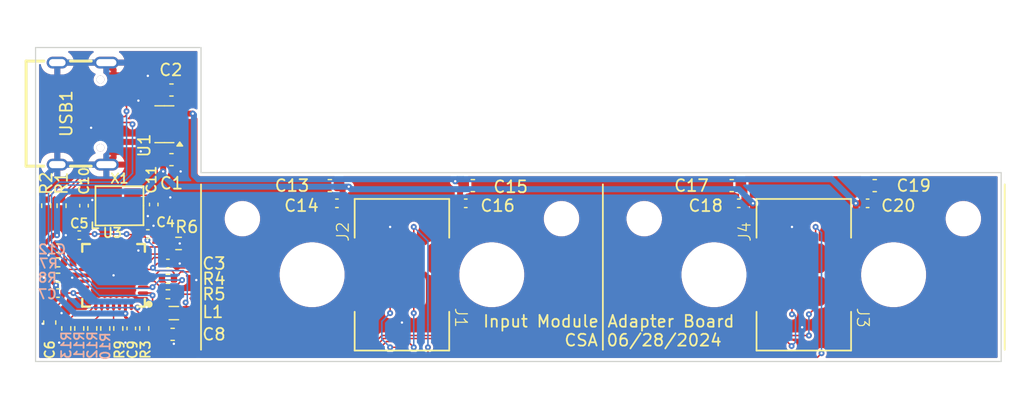
<source format=kicad_pcb>
(kicad_pcb (version 20240108) (generator "pcbnew") (generator_version "8.0")
  (layers (0 "F.Cu" signal) (31 "B.Cu" signal) (34 "B.Paste" user) (35 "F.Paste" user) (36 "B.SilkS" user "B.Silkscreen") (37 "F.SilkS" user "F.Silkscreen") (38 "B.Mask" user) (39 "F.Mask" user) (44 "Edge.Cuts" user))
  (net 0 "")
  (net 1 "+5V")
  (net 2 "GND")
  (net 3 "+3.3V")
  (net 4 "Net-(USB1-CC2)")
  (net 5 "/USB_D_P")
  (net 6 "/USB_D_N")
  (net 7 "Net-(USB1-CC1)")
  (net 9 "/~{SLEEP}")
  (net 11 "/USB_DP1")
  (net 12 "/USB_DM1")
  (net 14 "Net-(U3-X2)")
  (net 15 "/USB_DP2")
  (net 17 "Net-(U3-X1)")
  (net 18 "/RESET")
  (net 24 "/RREF")
  (net 26 "+3.3VP")
  (net 27 "/AVDD")
  (net 28 "/OVCURR")
  (net 29 "Net-(U3-PGANG)")
  (net 30 "/USB_DM2")
  (net 31 "Net-(U3-PSELF)")
  (footprint "MountingHole:MountingHole_2.5mm" (layer "F.Cu") (at 136.5 103.9)
    (property "Reference" "H7" (hide yes))
    (property "Value" "MountingHole")
  )
  (footprint "Inductor_SMD:L_0805_2012Metric" (layer "F.Cu") (at 96.7 111.9 180)
    (property "Reference" "L1")
    (property "Value" "10u")
  )
  (footprint "Resistor_SMD:R_0402_1005Metric" (layer "F.Cu") (at 85.9 102.8 -90)
    (property "Reference" "R2")
    (property "Value" "5.1k")
  )
  (footprint "Capacitor_SMD:C_0402_1005Metric" (layer "F.Cu") (at 88.7 105.3 180)
    (property "Reference" "C5")
    (property "Value" "100nF")
  )
  (footprint "Capacitor_SMD:C_0402_1005Metric" (layer "F.Cu") (at 93.1 113.2 -90)
    (property "Reference" "C9")
    (property "Value" "100nF")
  )
  (footprint "ExternalMount:Molex_0472861001" (layer "F.Cu") (at 150 108.79 -90)
    (property "Reference" "J3")
    (property "Value" "Molex 0472861001")
  )
  (footprint "Resistor_SMD:R_0402_1005Metric" (layer "F.Cu") (at 86.9 107.6 180)
    (property "Reference" "R7")
    (property "Value" "47k")
  )
  (footprint "Resistor_SMD:R_0402_1005Metric" (layer "F.Cu") (at 87.6 113.2 90)
    (property "Reference" "R13")
    (property "Value" "10k")
  )
  (footprint "Capacitor_SMD:C_0402_1005Metric" (layer "F.Cu") (at 110.5 102.6 180)
    (property "Reference" "C14")
    (property "Value" "100nF")
  )
  (footprint "Resistor_SMD:R_0402_1005Metric" (layer "F.Cu") (at 92 113.2 90)
    (property "Reference" "R9")
    (property "Value" "10k")
  )
  (footprint "Resistor_SMD:R_0402_1005Metric" (layer "F.Cu") (at 86.9 108.9)
    (property "Reference" "R8")
    (property "Value" "10k")
  )
  (footprint "Package_TO_SOT_SMD:SOT-23-3" (layer "F.Cu") (at 95.9 95.9 180)
    (property "Reference" "U1")
    (property "Value" "XC6206P332MR-G")
  )
  (footprint "MountingHole:MountingHole_5mm" (layer "F.Cu") (at 123.6 108.65)
    (property "Reference" "H1" (hide yes))
    (property "Value" "MountingHole")
  )
  (footprint "ExternalMount:Molex_0472861001" (layer "F.Cu") (at 150 108.51 90)
    (property "Reference" "J4")
    (property "Value" "Molex 0472861001")
  )
  (footprint "Capacitor_SMD:C_0402_1005Metric" (layer "F.Cu") (at 94.5 105.2)
    (property "Reference" "C4")
    (property "Value" "100nF")
  )
  (footprint "Capacitor_SMD:C_0603_1608Metric" (layer "F.Cu") (at 122 101.1)
    (property "Reference" "C15")
    (property "Value" "10uF")
  )
  (footprint "Capacitor_SMD:C_0402_1005Metric" (layer "F.Cu") (at 95 102.7 -90)
    (property "Reference" "C11")
    (property "Value" "22pF")
  )
  (footprint "MountingHole:MountingHole_2.5mm" (layer "F.Cu") (at 102.5 103.9)
    (property "Reference" "H3" (hide yes))
    (property "Value" "MountingHole")
  )
  (footprint "Capacitor_SMD:C_0603_1608Metric" (layer "F.Cu") (at 109.9 101.1 180)
    (property "Reference" "C13")
    (property "Value" "10uF")
  )
  (footprint "ExternalMount:USB-C-SMD_TYPE-C16PIN" (layer "F.Cu") (at 89.2 95 -90)
    (property "Reference" "USB1")
    (property "Value" "TYPE-C 16PIN 3MD(385)")
  )
  (footprint "Capacitor_SMD:C_0603_1608Metric" (layer "F.Cu") (at 96.5 93 180)
    (property "Reference" "C2")
    (property "Value" "10uF")
  )
  (footprint "Resistor_SMD:R_0402_1005Metric" (layer "F.Cu") (at 96.2 109)
    (property "Reference" "R4")
    (property "Value" "0")
  )
  (footprint "MountingHole:MountingHole_5mm" (layer "F.Cu") (at 108.4 108.65)
    (property "Reference" "H2" (hide yes))
    (property "Value" "MountingHole")
  )
  (footprint "Resistor_SMD:R_0402_1005Metric" (layer "F.Cu") (at 96.2 110.3)
    (property "Reference" "R5")
    (property "Value" "0")
  )
  (footprint "Capacitor_SMD:C_0402_1005Metric" (layer "F.Cu") (at 89.1 102.8 90)
    (property "Reference" "C10")
    (property "Value" "22pF")
  )
  (footprint "Capacitor_SMD:C_0603_1608Metric" (layer "F.Cu") (at 143.9 101.1 180)
    (property "Reference" "C17")
    (property "Value" "10uF")
  )
  (footprint "Resistor_SMD:R_0402_1005Metric" (layer "F.Cu") (at 89.8 113.2 -90)
    (property "Reference" "R12")
    (property "Value" "0")
  )
  (footprint "Resistor_SMD:R_0402_1005Metric" (layer "F.Cu") (at 94.2 113.2 -90)
    (property "Reference" "R3")
    (property "Value" "5.1k")
  )
  (footprint "Capacitor_SMD:C_0603_1608Metric" (layer "F.Cu") (at 96.6 113.7)
    (property "Reference" "C8")
    (property "Value" "10uF")
  )
  (footprint "MountingHole:MountingHole_5mm" (layer "F.Cu") (at 142.4 108.65)
    (property "Reference" "H6" (hide yes))
    (property "Value" "MountingHole")
  )
  (footprint "MountingHole:MountingHole_2.5mm" (layer "F.Cu") (at 129.5 103.9)
    (property "Reference" "H4" (hide yes))
    (property "Value" "MountingHole")
  )
  (footprint "Capacitor_SMD:C_0402_1005Metric" (layer "F.Cu") (at 86.9 110.2 180)
    (property "Reference" "C7")
    (property "Value" "100nF")
  )
  (footprint "Resistor_SMD:R_0402_1005Metric" (layer "F.Cu") (at 90.9 113.2 -90)
    (property "Reference" "R10")
    (property "Value" "20k")
  )
  (footprint "Capacitor_SMD:C_0402_1005Metric" (layer "F.Cu") (at 96.2 107.7)
    (property "Reference" "C3")
    (property "Value" "100nF")
  )
  (footprint "ExternalMount:QFN-28_L5.0-W5.0-P0.50-BL-EP" (layer "F.Cu") (at 91.6 108.7 90)
    (property "Reference" "U3")
    (property "Value" "GL852G-OHY60_C7501404")
  )
  (footprint "ExternalMount:Molex_0472861001" (layer "F.Cu") (at 116 108.51 90)
    (property "Reference" "J2")
    (property "Value" "Molex 0472861001")
  )
  (footprint "Capacitor_SMD:C_0402_1005Metric" (layer "F.Cu") (at 144.5 102.6 180)
    (property "Reference" "C18")
    (property "Value" "100nF")
  )
  (footprint "MountingHole:MountingHole_5mm" (layer "F.Cu") (at 157.6 108.65)
    (property "Reference" "H5" (hide yes))
    (property "Value" "MountingHole")
  )
  (footprint "MountingHole:MountingHole_2.5mm" (layer "F.Cu") (at 163.5 103.9)
    (property "Reference" "H8" (hide yes))
    (property "Value" "MountingHole")
  )
  (footprint "Capacitor_SMD:C_0402_1005Metric" (layer "F.Cu") (at 121.4 102.6)
    (property "Reference" "C16")
    (property "Value" "100nF")
  )
  (footprint "Capacitor_SMD:C_0603_1608Metric" (layer "F.Cu") (at 86.2 112.7 -90)
    (property "Reference" "C6")
    (property "Value" "10uF")
  )
  (footprint "Capacitor_SMD:C_0402_1005Metric" (layer "F.Cu") (at 86.9 106.4 180)
    (property "Reference" "C12")
    (property "Value" "100nF")
  )
  (footprint "Resistor_SMD:R_0402_1005Metric" (layer "F.Cu") (at 87.2 102.8 -90)
    (property "Reference" "R1")
    (property "Value" "5.1k")
  )
  (footprint "ExternalMount:OSC-SMD_4P-L3.2-W2.5-BL" (layer "F.Cu") (at 92.1 102.8)
    (property "Reference" "X1")
    (property "Value" "12MHz")
  )
  (footprint "Resistor_SMD:R_0603_1608Metric" (layer "F.Cu") (at 97.1 106)
    (property "Reference" "R6")
    (property "Value" "680 1%")
  )
  (footprint "Resistor_SMD:R_0402_1005Metric" (layer "F.Cu") (at 88.7 113.2 90)
    (property "Reference" "R11")
    (property "Value" "100k")
  )
  (footprint "ExternalMount:Molex_0472861001" (layer "F.Cu") (at 116 108.79 -90)
    (property "Reference" "J1")
    (property "Value" "Molex 0472861001")
  )
  (footprint "Capacitor_SMD:C_0603_1608Metric" (layer "F.Cu") (at 156 101.1)
    (property "Reference" "C19")
    (property "Value" "10uF")
  )
  (footprint "Capacitor_SMD:C_0603_1608Metric" (layer "F.Cu") (at 96.5 98.9)
    (property "Reference" "C1")
    (property "Value" "10uF")
  )
  (footprint "Capacitor_SMD:C_0402_1005Metric" (layer "F.Cu") (at 155.4 102.6)
    (property "Reference" "C20")
    (property "Value" "100nF")
  )
  (gr_line (start 99 101) (end 99 115) (stroke (width 0.15)) (layer "F.SilkS"))
  (gr_line (start 167 101) (end 167 115) (stroke (width 0.15)) (layer "F.SilkS"))
  (gr_line (start 133 101) (end 133 115) (stroke (width 0.15)) (layer "F.SilkS"))
  (gr_line (start 99 89.4) (end 99 100) (stroke (width 0.1)) (layer "Edge.Cuts"))
  (gr_line (start 85 100) (end 85 89.4) (stroke (width 0.1)) (layer "Edge.Cuts"))
  (gr_line (start 166.7 100) (end 166.7 116) (stroke (width 0.1)) (layer "Edge.Cuts"))
  (gr_line (start 99 100) (end 166.7 100) (stroke (width 0.1)) (layer "Edge.Cuts"))
  (gr_line (start 85 89.4) (end 99 89.4) (stroke (width 0.1)) (layer "Edge.Cuts"))
  (gr_line (start 85 116) (end 85 100) (stroke (width 0.1)) (layer "Edge.Cuts"))
  (gr_line (start 166.7 116) (end 85 116) (stroke (width 0.1)) (layer "Edge.Cuts"))
  (gr_text "CSA 06/28/2024" (at 136.4 114.2 0) (layer "F.SilkS") (effects (font (size 1 1))))
  (gr_text "Input Module Adapter Board" (at 133.5 112.6 0) (layer "F.SilkS") (effects (font (size 1 1))))
  (segment (start 110.675 101.1) (end 110.98 101.405) (width 0.508) (layer "F.Cu") (net 1))
  (segment (start 111.5 101.189) (end 110.764 101.189) (width 0.508) (layer "F.Cu") (net 1))
  (segment (start 94.7625 93.8375) (end 94.7625 95.9) (width 0.508) (layer "F.Cu") (net 1))
  (segment (start 92.11 113.71) (end 93.1 112.72) (width 0.127) (layer "F.Cu") (net 1))
  (segment (start 110.764 101.189) (end 110.675 101.1) (width 0.508) (layer "F.Cu") (net 1))
  (segment (start 144.675 101.1) (end 144.98 101.405) (width 0.508) (layer "F.Cu") (net 1))
  (segment (start 144.98 102.6) (end 145.699994 102.6) (width 0.508) (layer "F.Cu") (net 1))
  (segment (start 94.7625 97.4) (end 94.7625 97.9375) (width 0.508) (layer "F.Cu") (net 1))
  (segment (start 92.6 111.2) (end 92.6 112.22) (width 0.254) (layer "F.Cu") (net 1))
  (segment (start 86.39 108.9) (end 86.39 109.20182) (width 0.381) (layer "F.Cu") (net 1))
  (segment (start 144.98 101.405) (end 144.98 102.6) (width 0.508) (layer "F.Cu") (net 1))
  (segment (start 92 113.71) (end 92.11 113.71) (width 0.127) (layer "F.Cu") (net 1))
  (segment (start 110.98 101.405) (end 110.98 102.6) (width 0.508) (layer "F.Cu") (net 1))
  (segment (start 86.5 105.3) (end 86.814565 105.3) (width 0.381) (layer "F.Cu") (net 1))
  (segment (start 95.325 113.2) (end 95.825 113.7) (width 0.127) (layer "F.Cu") (net 1))
  (segment (start 94.8 93.8) (end 94.7625 93.8375) (width 0.508) (layer "F.Cu") (net 1))
  (segment (start 86.39 109.20182) (end 86.726188 109.538008) (width 0.381) (layer "F.Cu") (net 1))
  (segment (start 113 104.62) (end 113 107.26) (width 0.508) (layer "F.Cu") (net 1))
  (segment (start 94.7625 95.9) (end 94.7625 97.4) (width 0.508) (layer "F.Cu") (net 1))
  (segment (start 85.5 106.3) (end 86.5 105.3) (width 0.381) (layer "F.Cu") (net 1))
  (segment (start 145.699994 102.6) (end 145.7 102.599994) (width 0.508) (layer "F.Cu") (net 1))
  (segment (start 93.58 113.2) (end 95.325 113.2) (width 0.127) (layer "F.Cu") (net 1))
  (segment (start 86.39 108.9) (end 86.39 108.69) (width 0.381) (layer "F.Cu") (net 1))
  (segment (start 91.59 97.4) (end 94.7625 97.4) (width 0.508) (layer "F.Cu") (net 1))
  (segment (start 95.8 99.9) (end 95.8 98.975) (width 0.508) (layer "F.Cu") (net 1))
  (segment (start 93.1 112.72) (end 93.58 113.2) (width 0.127) (layer "F.Cu") (net 1))
  (segment (start 147 107.26) (end 147 104.62) (width 0.508) (layer "F.Cu") (net 1))
  (segment (start 85.5 107.8) (end 85.5 106.3) (width 0.381) (layer "F.Cu") (net 1))
  (segment (start 94.7625 97.9375) (end 95.725 98.9) (width 0.508) (layer "F.Cu") (net 1))
  (segment (start 93.6 92.6) (end 94.8 93.8) (width 0.508) (layer "F.Cu") (net 1))
  (segment (start 95.8 98.975) (end 95.725 98.9) (width 0.508) (layer "F.Cu") (net 1))
  (segment (start 147 104.62) (end 145.7 103.32) (width 0.508) (layer "F.Cu") (net 1))
  (segment (start 145.7 103.32) (end 145.7 102.599994) (width 0.508) (layer "F.Cu") (net 1))
  (segment (start 86.39 108.69) (end 85.5 107.8) (width 0.381) (layer "F.Cu") (net 1))
  (segment (start 110.98 102.6) (end 113 104.62) (width 0.508) (layer "F.Cu") (net 1))
  (segment (start 92.6 112.22) (end 93.1 112.72) (width 0.254) (layer "F.Cu") (net 1))
  (segment (start 91.59 92.6) (end 93.6 92.6) (width 0.508) (layer "F.Cu") (net 1))
  (via (at 86.814565 105.3) (size 0.5) (drill 0.2) (layers "F.Cu" "B.Cu") (net 1))
  (via (at 95.8 99.9) (size 0.5) (drill 0.2) (layers "F.Cu" "B.Cu") (net 1))
  (via (at 145.7 102.599994) (size 0.5) (drill 0.2) (layers "F.Cu" "B.Cu") (net 1))
  (via (at 92.6 111.9325) (size 0.5) (drill 0.2) (layers "F.Cu" "B.Cu") (net 1))
  (via (at 86.726188 109.538008) (size 0.5) (drill 0.2) (layers "F.Cu" "B.Cu") (net 1))
  (via (at 111.5 101.189) (size 0.5) (drill 0.2) (layers "F.Cu" "B.Cu") (net 1))
  (segment (start 94.1 101.6) (end 87.52913 101.6) (width 0.508) (layer "B.Cu") (net 1))
  (segment (start 86.814565 102.314565) (end 86.814565 105.3) (width 0.508) (layer "B.Cu") (net 1))
  (segment (start 111.5 101.189) (end 111.711 101.4) (width 0.508) (layer "B.Cu") (net 1))
  (segment (start 86.726188 110.326188) (end 88.3325 111.9325) (width 0.508) (layer "B.Cu") (net 1))
  (segment (start 111.5 101.189) (end 96.789 101.189) (width 0.508) (layer "B.Cu") (net 1))
  (segment (start 88.3325 111.9325) (end 92.6 111.9325) (width 0.508) (layer "B.Cu") (net 1))
  (segment (start 95.8 99.9) (end 94.1 101.6) (width 0.508) (layer "B.Cu") (net 1))
  (segment (start 86.726188 109.538008) (end 86.726188 110.326188) (width 0.508) (layer "B.Cu") (net 1))
  (segment (start 144.500006 101.4) (end 145.7 102.599994) (width 0.508) (layer "B.Cu") (net 1))
  (segment (start 111.711 101.4) (end 144.500006 101.4) (width 0.508) (layer "B.Cu") (net 1))
  (segment (start 96.789 101.189) (end 95.8 100.2) (width 0.508) (layer "B.Cu") (net 1))
  (segment (start 95.8 100.2) (end 95.8 99.9) (width 0.508) (layer "B.Cu") (net 1))
  (segment (start 87.52913 101.6) (end 86.814565 102.314565) (width 0.508) (layer "B.Cu") (net 1))
  (segment (start 86.42 110.2) (end 85.7 109.48) (width 0.127) (layer "F.Cu") (net 2))
  (segment (start 85.9 103.31) (end 87.2 103.31) (width 0.254) (layer "F.Cu") (net 2))
  (segment (start 94.5 103.68) (end 95 103.18) (width 0.127) (layer "F.Cu") (net 2))
  (segment (start 153 111.6) (end 151.5 113.1) (width 0.508) (layer "F.Cu") (net 2))
  (segment (start 155.88 105.78) (end 155.9 105.8) (width 0.508) (layer "F.Cu") (net 2))
  (segment (start 87.9 111.2) (end 87.2 111.9) (width 0.127) (layer "F.Cu") (net 2))
  (segment (start 91.602 91.8) (end 91.602 91.292) (width 0.508) (layer "F.Cu") (net 2))
  (segment (start 95 103.18) (end 94.98 103.2) (width 0.127) (layer "F.Cu") (net 2))
  (segment (start 95.9 93.175) (end 95.9 95.7125) (width 0.508) (layer "F.Cu") (net 2))
  (segment (start 90.9 113.71) (end 90.9 114.2) (width 0.127) (layer "F.Cu") (net 2))
  (segment (start 144.02 102.98) (end 145.408 104.368) (width 0.508) (layer "F.Cu") (net 2))
  (segment (start 85.7 109.48) (end 85.7 108.9) (width 0.127) (layer "F.Cu") (net 2))
  (segment (start 90.6 102.32) (end 91 101.92) (width 0.127) (layer "F.Cu") (net 2))
  (segment (start 95.725 93) (end 95.9 93.175) (width 0.508) (layer "F.Cu") (net 2))
  (segment (start 116 112.7) (end 117.442 112.7) (width 0.508) (layer "F.Cu") (net 2))
  (segment (start 122.775 101.705) (end 121.88 102.6) (width 0.508) (layer "F.Cu") (net 2))
  (segment (start 97.0375 96.85) (end 97.275 97.0875) (width 0.508) (layer "F.Cu") (net 2))
  (segment (start 155.88 102.6) (end 155.88 105.78) (width 0.508) (layer "F.Cu") (net 2))
  (segment (start 95.725 93) (end 94.525 91.8) (width 0.508) (layer "F.Cu") (net 2))
  (segment (start 95.309999 103.18) (end 95 103.18) (width 0.508) (layer "F.Cu") (net 2))
  (segment (start 86.42 107.57) (end 86.39 107.6) (width 0.127) (layer "F.Cu") (net 2))
  (segment (start 87.2 103.31) (end 87.2 104.28) (width 0.254) (layer "F.Cu") (net 2))
  (segment (start 85.4 111.22) (end 85.4 113.1) (width 0.127) (layer "F.Cu") (net 2))
  (segment (start 91.602 98.2) (end 93.9 98.2) (width 0.508) (layer "F.Cu") (net 2))
  (segment (start 87.2 104.28) (end 88.22 105.3) (width 0.254) (layer "F.Cu") (net 2))
  (segment (start 96.7 114.375) (end 97.375 113.7) (width 0.127) (layer "F.Cu") (net 2))
  (segment (start 94.98 103.2) (end 94.98 104.5) (width 0.127) (layer "F.Cu") (net 2))
  (segment (start 96.68 107.7) (end 97.2 107.7) (width 0.127) (layer "F.Cu") (net 2))
  (segment (start 91.6 108.7) (end 93.7 106.6) (width 0.127) (layer "F.Cu") (net 2))
  (segment (start 88.22 105.3) (end 87.558 105.3) (width 0.254) (layer "F.Cu") (net 2))
  (segment (start 110.02 102.690686) (end 110.02 102.6) (width 0.508) (layer "F.Cu") (net 2))
  (segment (start 154.206 107.494) (end 154.206 108.834) (width 0.508) (layer "F.Cu") (net 2))
  (segment (start 143.125 101.1) (end 143.125 101.705) (width 0.508) (layer "F.Cu") (net 2))
  (segment (start 96.4 102.089999) (end 96.4 102.1) (width 0.508) (layer "F.Cu") (net 2))
  (segment (start 85.4 113.1) (end 85.775 113.475) (width 0.127) (layer "F.Cu") (net 2))
  (segment (start 92.7 114.4) (end 92.6 114.4) (width 0.127) (layer "F.Cu") (net 2))
  (segment (start 113 110.04) (end 113 111.8) (width 0.508) (layer "F.Cu") (net 2))
  (segment (start 96.389999 102.1) (end 95.309999 103.18) (width 0.508) (layer "F.Cu") (net 2))
  (segment (start 85.775 113.475) (end 86.2 113.475) (width 0.127) (layer "F.Cu") (net 2))
  (segment (start 109.125 101.705) (end 110.02 102.6) (width 0.508) (layer "F.Cu") (net 2))
  (segment (start 121.88 105.176) (end 121.88 102.6) (width 0.508) (layer "F.Cu") (net 2))
  (segment (start 86.42 106.4) (end 86.458 106.4) (width 0.127) (layer "F.Cu") (net 2))
  (segment (start 148.6 113.1) (end 149.861 113.1) (width 0.508) (layer "F.Cu") (net 2))
  (segment (start 96.7 114.5) (end 96.7 114.375) (width 0.127) (layer "F.Cu") (net 2))
  (segment (start 119 110.04) (end 120.592 108.448) (width 0.508) (layer "F.Cu") (net 2))
  (segment (start 94.98 104.5) (end 94.98 105.2) (width 0.127) (layer "F.Cu") (net 2))
  (segment (start 89.1 108.7) (end 88.3 108.7) (width 0.127) (layer "F.Cu") (net 2))
  (segment (start 111.794 108.834) (end 111.794 104.464686) (width 0.508) (layer "F.Cu") (net 2))
  (segment (start 87.2 103.31) (end 87.2 103.3) (width 0.254) (layer "F.Cu") (net 2))
  (segment (start 120.592 106.464) (end 121.88 105.176) (width 0.508) (layer "F.Cu") (net 2))
  (segment (start 92.7 114.4) (end 93.1 114) (width 0.127) (layer "F.Cu") (net 2))
  (segment (start 86.42 110.2) (end 85.4 111.22) (width 0.127) (layer "F.Cu") (net 2))
  (segment (start 113 110.04) (end 111.794 108.834) (width 0.508) (layer "F.Cu") (net 2))
  (segment (start 154.206 108.834) (end 153 110.04) (width 0.508) (layer "F.Cu") (net 2))
  (segment (start 89.1 111.2) (end 87.9 111.2) (width 0.127) (layer "F.Cu") (net 2))
  (segment (start 147 110.04) (end 147 111.5) (width 0.508) (layer "F.Cu") (net 2))
  (segment (start 86.42 107) (end 86.1 107) (width 0.127) (layer "F.Cu") (net 2))
  (segment (start 86.2 113.475) (end 86.2 113.6) (width 0.127) (layer "F.Cu") (net 2))
  (segment (start 156.775 101.705) (end 155.88 102.6) (width 0.508) (layer "F.Cu") (net 2))
  (segment (start 117.442 112.7) (end 119 111.142) (width 0.508) (layer "F.Cu") (net 2))
  (segment (start 88.2 102.3) (end 88.22 102.32) (width 0.254) (layer "F.Cu") (net 2))
  (segment (start 91.602 98.708) (end 90.99 99.32) (width 0.508) (layer "F.Cu") (net 2))
  (segment (start 155.9 105.8) (end 154.206 107.494) (width 0.508) (layer "F.Cu") (net 2))
  (segment (start 89.1 102.32) (end 90.6 102.32) (width 0.127) (layer "F.Cu") (net 2))
  (segment (start 122.775 101.1) (end 122.775 101.705) (width 0.508) (layer "F.Cu") (net 2))
  (segment (start 93.1 114) (end 93.1 113.68) (width 0.127) (layer "F.Cu") (net 2))
  (segment (start 87.2 103.3) (end 88.2 102.3) (width 0.254) (layer "F.Cu") (net 2))
  (segment (start 147 111.5) (end 148.6 113.1) (width 0.508) (layer "F.Cu") (net 2))
  (segment (start 97.275 97.0875) (end 97.275 98.9) (width 0.508) (layer "F.Cu") (net 2))
  (segment (start 94.3 111.4) (end 94.4 111.4) (width 0.127) (layer "F.Cu") (net 2))
  (segment (start 97.275 101.214999) (end 97.925 101.864999) (width 0.508) (layer "F.Cu") (net 2))
  (segment (start 145.408 108.448) (end 147 110.04) (width 0.508) (layer "F.Cu") (net 2))
  (segment (start 91.1 114.4) (end 92.7 114.4) (width 0.127) (layer "F.Cu") (net 2))
  (segment (start 88.3 108.7) (end 88.1 108.9) (width 0.127) (layer "F.Cu") (net 2))
  (segment (start 96.4 102.1) (end 96.389999 102.1) (width 0.508) (layer "F.Cu") (net 2))
  (segment (start 91.602 98.2) (end 91.602 98.708) (width 0.508) (layer "F.Cu") (net 2))
  (segment (start 91.602 91.292) (end 90.99 90.68) (width 0.508) (layer "F.Cu") (net 2))
  (segment (start 120.592 108.448) (end 120.592 106.464) (width 0.508) (layer "F.Cu") (net 2))
  (segment (start 88.22 102.32) (end 89.1 102.32) (width 0.254) (layer "F.Cu") (net 2))
  (segment (start 86.2 113.6) (end 87 114.4) (width 0.127) (layer "F.Cu") (net 2))
  (segment (start 145.408 104.368) (end 145.408 108.448) (width 0.508) (layer "F.Cu") (net 2))
  (segment (start 156.775 101.1) (end 156.775 101.705) (width 0.508) (layer "F.Cu") (net 2))
  (segment (start 95.9 95.7125) (end 97.0375 96.85) (width 0.508) (layer "F.Cu") (net 2))
  (segment (start 97.2 106) (end 97.925 106) (width 0.127) (layer "F.Cu") (net 2))
  (segment (start 86.458 106.4) (end 87.558 105.3) (width 0.127) (layer "F.Cu") (net 2))
  (segment (start 97.275 101.214999) (end 96.4 102.089999) (width 0.508) (layer "F.Cu") (net 2))
  (segment (start 143.125 101.705) (end 144.02 102.6) (width 0.508) (layer "F.Cu") (net 2))
  (segment (start 90.9 114.2) (end 91.1 114.4) (width 0.127) (layer "F.Cu") (net 2))
  (segment (start 93.2 103.68) (end 94.5 103.68) (width 0.127) (layer "F.Cu") (net 2))
  (segment (start 119 111.142) (end 119 110.04) (width 0.508) (layer "F.Cu") (net 2))
  (segment (start 144.02 102.6) (end 144.02 102.98) (width 0.508) (layer "F.Cu") (net 2))
  (segment (start 109.125 101.1) (end 109.125 101.705) (width 0.508) (layer "F.Cu") (net 2))
  (segment (start 91.6 108.7) (end 89.1 111.2) (width 0.127) (layer "F.Cu") (net 2))
  (segment (start 94.5 91.8) (end 91.602 91.8) (width 0.508) (layer "F.Cu") (net 2))
  (segment (start 89.1 108.7) (end 91.6 108.7) (width 0.127) (layer "F.Cu") (net 2))
  (segment (start 153 110.04) (end 153 111.6) (width 0.508) (layer "F.Cu") (net 2))
  (segment (start 113.9 112.7) (end 116 112.7) (width 0.508) (layer "F.Cu") (net 2))
  (segment (start 97.275 98.9) (end 97.275 101.214999) (width 0.508) (layer "F.Cu") (net 2))
  (segment (start 151.5 113.1) (end 149.861 113.1) (width 0.508) (layer "F.Cu") (net 2))
  (segment (start 86.42 106.4) (end 86.42 107) (width 0.127) (layer "F.Cu") (net 2))
  (segment (start 91.6 108.7) (end 94.3 111.4) (width 0.127) (layer "F.Cu") (net 2))
  (segment (start 94.525 91.8) (end 94.5 91.8) (width 0.508) (layer "F.Cu") (net 2))
  (segment (start 86.42 107) (end 86.42 107.57) (width 0.127) (layer "F.Cu") (net 2))
  (segment (start 111.794 104.464686) (end 110.02 102.690686) (width 0.508) (layer "F.Cu") (net 2))
  (segment (start 113 111.8) (end 113.9 112.7) (width 0.508) (layer "F.Cu") (net 2))
  (segment (start 97.925 101.864999) (end 97.925 106) (width 0.508) (layer "F.Cu") (net 2))
  (via (at 89.8 102.32) (size 0.5) (drill 0.2) (layers "F.Cu" "B.Cu") (net 2))
  (via (at 85.7 108.9) (size 0.5) (drill 0.2) (layers "F.Cu" "B.Cu") (net 2))
  (via (at 87.558 105.3) (size 0.5) (drill 0.2) (layers "F.Cu" "B.Cu") (net 2))
  (via (at 97.275 99.9) (size 0.5) (drill 0.2) (layers "F.Cu" "B.Cu") (net 2))
  (via (at 149 104.6) (size 0.5) (drill 0.2) (layers "F.Cu" "B.Cu") (net 2))
  (via (at 92.6 114.4) (size 0.5) (drill 0.2) (layers "F.Cu" "B.Cu") (net 2))
  (via (at 94.4 111.4) (size 0.5) (drill 0.2) (layers "F.Cu" "B.Cu") (net 2))
  (via (at 97.2 107.7) (size 0.5) (drill 0.2) (layers "F.Cu" "B.Cu") (net 2))
  (via (at 96.7 114.5) (size 0.5) (drill 0.2) (layers "F.Cu" "B.Cu") (net 2))
  (via (at 93.9 98.2) (size 0.5) (drill 0.2) (layers "F.Cu" "B.Cu") (net 2))
  (via (at 93.7 93.9) (size 0.5) (drill 0.2) (layers "F.Cu" "B.Cu") (net 2))
  (via (at 96.4 102.1) (size 0.5) (drill 0.2) (layers "F.Cu" "B.Cu") (net 2))
  (via (at 86.1 107) (size 0.5) (drill 0.2) (layers "F.Cu" "B.Cu") (net 2))
  (via (at 98.6 109.1) (size 0.5) (drill 0.2) (layers "F.Cu" "B.Cu") (net 2))
  (via (at 87 114.4) (size 0.5) (drill 0.2) (layers "F.Cu" "B.Cu") (net 2))
  (via (at 93.7 106.6) (size 0.5) (drill 0.2) (layers "F.Cu" "B.Cu") (net 2))
  (via (at 94.5 91.8) (size 0.5) (drill 0.2) (layers "F.Cu" "B.Cu") (net 2))
  (via (at 87.2 111.9) (size 0.5) (drill 0.2) (layers "F.Cu" "B.Cu") (net 2))
  (via (at 116 112.7) (size 0.5) (drill 0.2) (layers "F.Cu" "B.Cu") (net 2))
  (via (at 91.6 108.7) (size 0.5) (drill 0.2) (layers "F.Cu" "B.Cu") (net 2))
  (via (at 97.2 106) (size 0.5) (drill 0.2) (layers "F.Cu" "B.Cu") (net 2))
  (via (at 94.499996 103.68) (size 0.5) (drill 0.2) (layers "F.Cu" "B.Cu") (net 2))
  (via (at 85.6 112.8) (size 0.5) (drill 0.2) (layers "F.Cu" "B.Cu") (net 2))
  (via (at 89.7 96.2) (size 0.5) (drill 0.2) (layers "F.Cu" "B.Cu") (net 2))
  (via (at 94.98 104.5) (size 0.5) (drill 0.2) (layers "F.Cu" "B.Cu") (net 2))
  (via (at 88.1 108.9) (size 0.5) (drill 0.2) (layers "F.Cu" "B.Cu") (net 2))
  (via (at 115 104.6) (size 0.5) (drill 0.2) (layers "F.Cu" "B.Cu") (net 2))
  (via (at 149.861 113.1) (size 0.5) (drill 0.2) (layers "F.Cu" "B.Cu") (net 2))
  (segment (start 94.98 104.5) (end 95.7 104.5) (width 0.127) (layer "B.Cu") (net 2))
  (segment (start 94.4 111.4) (end 94.4 115.446) (width 0.127) (layer "B.Cu") (net 2))
  (segment (start 87.558 105.3) (end 87.558 103.342) (width 0.127) (layer "B.Cu") (net 2))
  (segment (start 149.8 115.27197) (end 149.8 113.161) (width 0.508) (layer "B.Cu") (net 2))
  (segment (start 116 115.446) (end 116 112.7) (width 0.508) (layer "B.Cu") (net 2))
  (segment (start 96.7 115.446) (end 96.7 114.5) (width 0.508) (layer "B.Cu") (net 2))
  (segment (start 149.62597 115.446) (end 149.8 115.27197) (width 0.508) (layer "B.Cu") (net 2))
  (segment (start 85.6 107) (end 85.6 112.8) (width 0.508) (layer "B.Cu") (net 2))
  (segment (start 96.1 115.446) (end 94.4 115.446) (width 0.508) (layer "B.Cu") (net 2))
  (segment (start 95.575 98.2) (end 97.275 99.9) (width 0.508) (layer "B.Cu") (net 2))
  (segment (start 97.2 107.7) (end 97.2 106) (width 0.127) (layer "B.Cu") (net 2))
  (segment (start 149.8 113.161) (end 149.861 113.1) (width 0.508) (layer "B.Cu") (net 2))
  (segment (start 93.7 106.6) (end 93.7 105.78) (width 0.127) (layer "B.Cu") (net 2))
  (segment (start 87 115.446) (end 87 114.4) (width 0.508) (layer "B.Cu") (net 2))
  (segment (start 116 115.446) (end 149.62597 115.446) (width 0.508) (layer "B.Cu") (net 2))
  (segment (start 88.58 102.32) (end 89.8 102.32) (width 0.127) (layer "B.Cu") (net 2))
  (segment (start 116 115.446) (end 113.3 115.446) (width 0.508) (layer "B.Cu") (net 2))
  (segment (start 113.3 115.4) (end 113.3 115.446) (width 0.508) (layer "B.Cu") (net 2))
  (segment (start 85.6 100.56) (end 85.6 107) (width 0.508) (layer "B.Cu") (net 2))
  (segment (start 94.499996 103.68) (end 93.139996 102.32) (width 0.127) (layer "B.Cu") (net 2))
  (segment (start 85.6 107) (end 86.1 107) (width 0.508) (layer "B.Cu") (net 2))
  (segment (start 113.3 115.446) (end 96.7 115.446) (width 0.508) (layer "B.Cu") (net 2))
  (segment (start 93.7 105.78) (end 94.98 104.5) (width 0.127) (layer "B.Cu") (net 2))
  (segment (start 91.8 115.446) (end 91.8 115.2) (width 0.508) (layer "B.Cu") (net 2))
  (segment (start 93.9 98.2) (end 95.575 98.2) (width 0.508) (layer "B.Cu") (net 2))
  (segment (start 90.99 99.32) (end 86.84 99.32) (width 0.508) (layer "B.Cu") (net 2))
  (segment (start 94.4 115.446) (end 91.8 115.446) (width 0.508) (layer "B.Cu") (net 2))
  (segment (start 90.99 90.68) (end 86.84 90.68) (width 0.508) (layer "B.Cu") (net 2))
  (segment (start 91.8 115.2) (end 92.6 114.4) (width 0.508) (layer "B.Cu") (net 2))
  (segment (start 96.7 114.5) (end 96.6 114.4) (width 0.127) (layer "B.Cu") (net 2))
  (segment (start 87.558 103.342) (end 88.58 102.32) (width 0.127) (layer "B.Cu") (net 2))
  (segment (start 95.7 104.5) (end 97.2 106) (width 0.127) (layer "B.Cu") (net 2))
  (segment (start 91.1 115.446) (end 87 115.446) (width 0.508) (layer "B.Cu") (net 2))
  (segment (start 86.84 99.32) (end 85.6 100.56) (width 0.508) (layer "B.Cu") (net 2))
  (segment (start 88.1 108.9) (end 85.7 108.9) (width 0.127) (layer "B.Cu") (net 2))
  (segment (start 93.139996 102.32) (end 89.8 102.32) (width 0.127) (layer "B.Cu") (net 2))
  (segment (start 91.8 115.446) (end 91.1 115.446) (width 0.508) (layer "B.Cu") (net 2))
  (segment (start 85.6 112.8) (end 85.6 113) (width 0.508) (layer "B.Cu") (net 2))
  (segment (start 96.7 115.446) (end 96.1 115.446) (width 0.508) (layer "B.Cu") (net 2))
  (segment (start 85.6 113) (end 87 114.4) (width 0.508) (layer "B.Cu") (net 2))
  (segment (start 87.38 110.745) (end 87.38 110.2) (width 0.127) (layer "F.Cu") (net 3))
  (segment (start 88.7 113.71) (end 87.6 113.71) (width 0.127) (layer "F.Cu") (net 3))
  (segment (start 89.1 110.2) (end 87.38 110.2) (width 0.127) (layer "F.Cu") (net 3))
  (segment (start 94.8475 112.69) (end 95.6375 111.9) (width 0.127) (layer "F.Cu") (net 3))
  (segment (start 86.2 111.925) (end 87.38 110.745) (width 0.127) (layer "F.Cu") (net 3))
  (segment (start 93.1 111.2) (end 93.1 111.23) (width 0.127) (layer "F.Cu") (net 3))
  (segment (start 93.77 111.9) (end 95.6375 111.9) (width 0.127) (layer "F.Cu") (net 3))
  (segment (start 87.6 113.71) (end 87.6 113.6) (width 0.127) (layer "F.Cu") (net 3))
  (segment (start 87.6 113.6) (end 86.2 112.2) (width 0.127) (layer "F.Cu") (net 3))
  (segment (start 94.2 112.69) (end 94.8475 112.69) (width 0.127) (layer "F.Cu") (net 3))
  (segment (start 93.1 111.23) (end 93.77 111.9) (width 0.127) (layer "F.Cu") (net 3))
  (segment (start 86.2 112.2) (end 86.2 111.925) (width 0.127) (layer "F.Cu") (net 3))
  (via (at 88.2 110.2) (size 0.5) (drill 0.2) (layers "F.Cu" "B.Cu") (net 3))
  (via (at 93.620541 111.438378) (size 0.5) (drill 0.2) (layers "F.Cu" "B.Cu") (net 3))
  (segment (start 88.2 110.2) (end 89.438378 111.438378) (width 0.127) (layer "B.Cu") (net 3))
  (segment (start 89.438378 111.438378) (end 93.620541 111.438378) (width 0.127) (layer "B.Cu") (net 3))
  (segment (start 89 98.471368) (end 89 100.5) (width 0.127) (layer "F.Cu") (net 4))
  (segment (start 91.56 96.75) (end 90.721368 96.75) (width 0.127) (layer "F.Cu") (net 4))
  (segment (start 87.21 102.29) (end 87.2 102.29) (width 0.127) (layer "F.Cu") (net 4))
  (segment (start 90.721368 96.75) (end 89 98.471368) (width 0.127) (layer "F.Cu") (net 4))
  (segment (start 89 100.5) (end 87.21 102.29) (width 0.127) (layer "F.Cu") (net 4))
  (segment (start 96.2005 109.5105) (end 96.9895 109.5105) (width 0.127) (layer "F.Cu") (net 5))
  (segment (start 90.75 94.75) (end 90.6 94.9) (width 0.127) (layer "F.Cu") (net 5))
  (segment (start 91.56 94.75) (end 90.75 94.75) (width 0.127) (layer "F.Cu") (net 5))
  (segment (start 90.6 95.6) (end 90.75 95.75) (width 0.127) (layer "F.Cu") (net 5))
  (segment (start 91.56 95.75) (end 93.05 95.75) (width 0.127) (layer "F.Cu") (net 5))
  (segment (start 93.05 95.75) (end 93.2 95.9) (width 0.127) (layer "F.Cu") (net 5))
  (segment (start 90.6 94.9) (end 90.6 95.6) (width 0.127) (layer "F.Cu") (net 5))
  (segment (start 94.1 109.7) (end 94.899998 109.7) (width 0.127) (layer "F.Cu") (net 5))
  (segment (start 90.75 95.75) (end 91.56 95.75) (width 0.127) (layer "F.Cu") (net 5))
  (segment (start 96.9895 109.5105) (end 97.4 109.1) (width 0.127) (layer "F.Cu") (net 5))
  (segment (start 95.69 109) (end 96.2005 109.5105) (width 0.127) (layer "F.Cu") (net 5))
  (segment (start 94.899998 109.7) (end 94.9 109.700002) (width 0.127) (layer "F.Cu") (net 5))
  (via (at 93.2 95.9) (size 0.5) (drill 0.2) (layers "F.Cu" "B.Cu") (net 5))
  (via (at 94.9 109.700002) (size 0.5) (drill 0.2) (layers "F.Cu" "B.Cu") (net 5))
  (via (at 97.4 109.1) (size 0.5) (drill 0.2) (layers "F.Cu" "B.Cu") (net 5))
  (segment (start 87.146 101.054) (end 92.20521 101.054) (width 0.127) (layer "B.Cu") (net 5))
  (segment (start 86.354 101.846) (end 87.146 101.054) (width 0.127) (layer "B.Cu") (net 5))
  (segment (start 93.2 100.05921) (end 93.2 95.9) (width 0.127) (layer "B.Cu") (net 5))
  (segment (start 97.4 109.1) (end 95.500002 109.1) (width 0.127) (layer "B.Cu") (net 5))
  (segment (start 94.800002 109.8) (end 90.2 109.8) (width 0.127) (layer "B.Cu") (net 5))
  (segment (start 94.9 109.700002) (end 94.800002 109.8) (width 0.127) (layer "B.Cu") (net 5))
  (segment (start 86.354 105.954) (end 86.354 101.846) (width 0.127) (layer "B.Cu") (net 5))
  (segment (start 90.2 109.8) (end 86.354 105.954) (width 0.127) (layer "B.Cu") (net 5))
  (segment (start 95.500002 109.1) (end 94.9 109.700002) (width 0.127) (layer "B.Cu") (net 5))
  (segment (start 92.20521 101.054) (end 93.2 100.05921) (width 0.127) (layer "B.Cu") (net 5))
  (segment (start 91.56 94.25) (end 92.55 94.25) (width 0.127) (layer "F.Cu") (net 6))
  (segment (start 94.8 110.2) (end 94.1 110.2) (width 0.127) (layer "F.Cu") (net 6))
  (segment (start 92.55 94.25) (end 92.7 94.4) (width 0.127) (layer "F.Cu") (net 6))
  (segment (start 95.8 110.3) (end 95.69 110.3) (width 0.127) (layer "F.Cu") (net 6))
  (segment (start 94.9 110.4) (end 94.9 111) (width 0.127) (layer "F.Cu") (net 6))
  (segment (start 92.7 94.4) (end 92.7 94.8) (width 0.127) (layer "F.Cu") (net 6))
  (segment (start 94.9 111) (end 96.5 111) (width 0.127) (layer "F.Cu") (net 6))
  (segment (start 92.7 95.1) (end 92.55 95.25) (width 0.127) (layer "F.Cu") (net 6))
  (segment (start 92.55 95.25) (end 91.56 95.25) (width 0.127) (layer "F.Cu") (net 6))
  (segment (start 96.5 111) (end 95.8 110.3) (width 0.127) (layer "F.Cu") (net 6))
  (segment (start 94.9 110.3) (end 94.9 110.4) (width 0.127) (layer "F.Cu") (net 6))
  (segment (start 92.7 94.8) (end 92.7 95.1) (width 0.127) (layer "F.Cu") (net 6))
  (segment (start 94.9 110.3) (end 94.8 110.2) (width 0.127) (layer "F.Cu") (net 6))
  (via (at 92.7 94.8) (size 0.5) (drill 0.2) (layers "F.Cu" "B.Cu") (net 6))
  (via (at 94.9 110.4) (size 0.5) (drill 0.2) (layers "F.Cu" "B.Cu") (net 6))
  (segment (start 90.402567 110.4) (end 94.9 110.4) (width 0.127) (layer "B.Cu") (net 6))
  (segment (start 86.1 101.7) (end 86.1 106.097433) (width 0.127) (layer "B.Cu") (net 6))
  (segment (start 92.7 94.8) (end 92.7 100.2) (width 0.127) (layer "B.Cu") (net 6))
  (segment (start 87 100.8) (end 86.1 101.7) (width 0.127) (layer "B.Cu") (net 6))
  (segment (start 92.1 100.8) (end 87 100.8) (width 0.127) (layer "B.Cu") (net 6))
  (segment (start 86.1 106.097433) (end 90.402567 110.4) (width 0.127) (layer "B.Cu") (net 6))
  (segment (start 92.7 100.2) (end 92.1 100.8) (width 0.127) (layer "B.Cu") (net 6))
  (segment (start 86.59 101.6) (end 85.9 102.29) (width 0.127) (layer "F.Cu") (net 7))
  (segment (start 88.746 100.39479) (end 87.54079 101.6) (width 0.127) (layer "F.Cu") (net 7))
  (segment (start 90.858 93.75) (end 88.746 95.862) (width 0.127) (layer "F.Cu") (net 7))
  (segment (start 87.54079 101.6) (end 86.59 101.6) (width 0.127) (layer "F.Cu") (net 7))
  (segment (start 88.746 95.862) (end 88.746 100.39479) (width 0.127) (layer "F.Cu") (net 7))
  (segment (start 91.56 93.75) (end 90.858 93.75) (width 0.127) (layer "F.Cu") (net 7))
  (segment (start 93.835067 114.9675) (end 94.2 114.602567) (width 0.127) (layer "F.Cu") (net 9))
  (segment (start 99.0365 115.6365) (end 118.2 115.6365) (width 0.127) (layer "F.Cu") (net 9))
  (segment (start 118.2 115.6365) (end 151 115.6365) (width 0.127) (layer "F.Cu") (net 9))
  (segment (start 98.4 115) (end 99.0365 115.6365) (width 0.127) (layer "F.Cu") (net 9))
  (segment (start 117 107.26) (end 117 104.6) (width 0.127) (layer "F.Cu") (net 9))
  (segment (start 91.0575 114.9675) (end 93.835067 114.9675) (width 0.127) (layer "F.Cu") (net 9))
  (segment (start 94.597433 115) (end 98.4 115) (width 0.127) (layer "F.Cu") (net 9))
  (segment (start 151 115.6365) (end 151.1635 115.6365) (width 0.127) (layer "F.Cu") (net 9))
  (segment (start 89.8 113.71) (end 91.0575 114.9675) (width 0.127) (layer "F.Cu") (net 9))
  (segment (start 94.2 114.602567) (end 94.597433 115) (width 0.127) (layer "F.Cu") (net 9))
  (segment (start 94.2 114.602567) (end 94.2 113.71) (width 0.127) (layer "F.Cu") (net 9))
  (segment (start 118.2 115.6365) (end 118.2 114.8) (width 0.127) (layer "F.Cu") (net 9))
  (segment (start 151 107.26) (end 151 104.6) (width 0.127) (layer "F.Cu") (net 9))
  (segment (start 151.1635 115.6365) (end 151.5 115.3) (width 0.127) (layer "F.Cu") (net 9))
  (via (at 151 104.6) (size 0.5) (drill 0.2) (layers "F.Cu" "B.Cu") (net 9))
  (via (at 151.5 115.3) (size 0.5) (drill 0.2) (layers "F.Cu" "B.Cu") (net 9))
  (via (at 118.2 114.8) (size 0.5) (drill 0.2) (layers "F.Cu" "B.Cu") (net 9))
  (via (at 117 104.6) (size 0.5) (drill 0.2) (layers "F.Cu" "B.Cu") (net 9))
  (segment (start 151.5 115.3) (end 151.5 105.1) (width 0.127) (layer "B.Cu") (net 9))
  (segment (start 117 104.6) (end 118.2 105.8) (width 0.127) (layer "B.Cu") (net 9))
  (segment (start 151.5 105.1) (end 151 104.6) (width 0.127) (layer "B.Cu") (net 9))
  (segment (start 118.2 114.8) (end 118.2 112.903) (width 0.127) (layer "B.Cu") (net 9))
  (segment (start 118.2 105.8) (end 118.2 112.903) (width 0.127) (layer "B.Cu") (net 9))
  (segment (start 94.1 108.7) (end 95.1 108.7) (width 0.127) (layer "F.Cu") (net 11))
  (segment (start 114.692 114.308) (end 116.508 114.308) (width 0.127) (layer "F.Cu") (net 11))
  (segment (start 117 110.04) (end 117 111.9) (width 0.127) (layer "F.Cu") (net 11))
  (segment (start 96.71 109) (end 96.71 108.99) (width 0.127) (layer "F.Cu") (net 11))
  (segment (start 96.71 108.5) (end 96.71 109) (width 0.127) (layer "F.Cu") (net 11))
  (segment (start 95.5 108.3) (end 96.51 108.3) (width 0.127) (layer "F.Cu") (net 11))
  (segment (start 116.508 114.308) (end 117 114.8) (width 0.127) (layer "F.Cu") (net 11))
  (segment (start 106.38958 115.108) (end 113.892 115.108) (width 0.127) (layer "F.Cu") (net 11))
  (segment (start 99.68158 108.4) (end 106.38958 115.108) (width 0.127) (layer "F.Cu") (net 11))
  (segment (start 95.1 108.7) (end 95.5 108.3) (width 0.127) (layer "F.Cu") (net 11))
  (segment (start 96.71 108.99) (end 97.3 108.4) (width 0.127) (layer "F.Cu") (net 11))
  (segment (start 97.3 108.4) (end 99.68158 108.4) (width 0.127) (layer "F.Cu") (net 11))
  (segment (start 113.892 115.108) (end 114.692 114.308) (width 0.127) (layer "F.Cu") (net 11))
  (segment (start 96.51 108.3) (end 96.71 108.5) (width 0.127) (layer "F.Cu") (net 11))
  (via (at 117 111.9) (size 0.5) (drill 0.2) (layers "F.Cu" "B.Cu") (net 11))
  (via (at 117 114.8) (size 0.5) (drill 0.2) (layers "F.Cu" "B.Cu") (net 11))
  (segment (start 117 114.8) (end 117 111.9) (width 0.127) (layer "B.Cu") (net 11))
  (segment (start 95.0675 109.2) (end 95.657 109.7895) (width 0.127) (layer "F.Cu") (net 12))
  (segment (start 96.71 110.3) (end 100.94079 110.3) (width 0.127) (layer "F.Cu") (net 12))
  (segment (start 95.657 109.7895) (end 96.6895 109.7895) (width 0.127) (layer "F.Cu") (net 12))
  (segment (start 115 110.04) (end 115 111.9) (width 0.127) (layer "F.Cu") (net 12))
  (segment (start 116 114.8) (end 115 114.8) (width 0.127) (layer "F.Cu") (net 12))
  (segment (start 96.71 109.81) (end 96.71 110.3) (width 0.127) (layer "F.Cu") (net 12))
  (segment (start 100.94079 110.3) (end 106.00279 115.362) (width 0.127) (layer "F.Cu") (net 12))
  (segment (start 116.038 115.362) (end 116.3 115.1) (width 0.127) (layer "F.Cu") (net 12))
  (segment (start 116.3 115.1) (end 116 114.8) (width 0.127) (layer "F.Cu") (net 12))
  (segment (start 106.00279 115.362) (end 116.038 115.362) (width 0.127) (layer "F.Cu") (net 12))
  (segment (start 96.6895 109.7895) (end 96.71 109.81) (width 0.127) (layer "F.Cu") (net 12))
  (segment (start 94.1 109.2) (end 95.0675 109.2) (width 0.127) (layer "F.Cu") (net 12))
  (via (at 115 114.8) (size 0.5) (drill 0.2) (layers "F.Cu" "B.Cu") (net 12))
  (via (at 115 111.9) (size 0.5) (drill 0.2) (layers "F.Cu" "B.Cu") (net 12))
  (segment (start 114.3 112.6) (end 114.3 114.1) (width 0.127) (layer "B.Cu") (net 12))
  (segment (start 114.3 114.1) (end 115 114.8) (width 0.127) (layer "B.Cu") (net 12))
  (segment (start 115 111.9) (end 114.3 112.6) (width 0.127) (layer "B.Cu") (net 12))
  (segment (start 89.5 103.68) (end 89.1 103.28) (width 0.127) (layer "F.Cu") (net 14))
  (segment (start 91 103.68) (end 89.5 103.68) (width 0.127) (layer "F.Cu") (net 14))
  (segment (start 91.6 106.2) (end 91.6 104.28) (width 0.127) (layer "F.Cu") (net 14))
  (segment (start 91.6 104.28) (end 91 103.68) (width 0.127) (layer "F.Cu") (net 14))
  (segment (start 94.1 107.2) (end 94.13 107.2) (width 0.127) (layer "F.Cu") (net 15))
  (segment (start 151 111.4325) (end 150.4325 112) (width 0.127) (layer "F.Cu") (net 15))
  (segment (start 114.3 113.8) (end 150.4325 113.8) (width 0.127) (layer "F.Cu") (net 15))
  (segment (start 113.65 114.45) (end 114.3 113.8) (width 0.127) (layer "F.Cu") (net 15))
  (segment (start 99.1 106.9) (end 106.65 114.45) (width 0.127) (layer "F.Cu") (net 15))
  (segment (start 94.13 107.2) (end 94.43 106.9) (width 0.127) (layer "F.Cu") (net 15))
  (segment (start 106.65 114.45) (end 113.65 114.45) (width 0.127) (layer "F.Cu") (net 15))
  (segment (start 94.43 106.9) (end 99.1 106.9) (width 0.127) (layer "F.Cu") (net 15))
  (segment (start 151 110.04) (end 151 111.4325) (width 0.127) (layer "F.Cu") (net 15))
  (via (at 150.4325 113.8) (size 0.5) (drill 0.2) (layers "F.Cu" "B.Cu") (net 15))
  (via (at 150.4325 112) (size 0.5) (drill 0.2) (layers "F.Cu" "B.Cu") (net 15))
  (segment (start 150.4325 113.8) (end 150.4325 112) (width 0.127) (layer "B.Cu") (net 15))
  (segment (start 94.7 101.92) (end 95 102.22) (width 0.127) (layer "F.Cu") (net 17))
  (segment (start 92.1 103.02) (end 93.2 101.92) (width 0.127) (layer "F.Cu") (net 17))
  (segment (start 92.1 106.2) (end 92.1 103.02) (width 0.127) (layer "F.Cu") (net 17))
  (segment (start 93.2 101.92) (end 94.7 101.92) (width 0.127) (layer "F.Cu") (net 17))
  (segment (start 87.4 108.2) (end 87.41 108.19) (width 0.127) (layer "F.Cu") (net 18))
  (segment (start 87.41 106.43) (end 87.38 106.4) (width 0.127) (layer "F.Cu") (net 18))
  (segment (start 87.4 108.4) (end 87.41 108.41) (width 0.127) (layer "F.Cu") (net 18))
  (segment (start 87.4 108.2) (end 87.4 108.4) (width 0.127) (layer "F.Cu") (net 18))
  (segment (start 87.41 108.19) (end 87.41 107.6) (width 0.127) (layer "F.Cu") (net 18))
  (segment (start 87.41 108.41) (end 87.41 108.9) (width 0.127) (layer "F.Cu") (net 18))
  (segment (start 89.1 108.2) (end 87.4 108.2) (width 0.127) (layer "F.Cu") (net 18))
  (segment (start 87.41 107.6) (end 87.41 106.43) (width 0.127) (layer "F.Cu") (net 18))
  (segment (start 94.228455 106.295739) (end 95.979261 106.295739) (width 0.127) (layer "F.Cu") (net 24))
  (segment (start 93.3 106) (end 93.932716 106) (width 0.127) (layer "F.Cu") (net 24))
  (segment (start 95.979261 106.295739) (end 96.275 106) (width 0.127) (layer "F.Cu") (net 24))
  (segment (start 93.1 106.2) (end 93.3 106) (width 0.127) (layer "F.Cu") (net 24))
  (segment (start 93.932716 106) (end 94.228455 106.295739) (width 0.127) (layer "F.Cu") (net 24))
  (segment (start 121.225 101.1) (end 120.92 101.405) (width 0.508) (layer "F.Cu") (net 26))
  (segment (start 119 104.52) (end 119 107.26) (width 0.508) (layer "F.Cu") (net 26))
  (segment (start 97.0875 95) (end 97.0375 94.95) (width 0.508) (layer "F.Cu") (net 26))
  (segment (start 121.225 101.1) (end 120.855184 100.730184) (width 0.508) (layer "F.Cu") (net 26))
  (segment (start 98.3 95) (end 97.0875 95) (width 0.508) (layer "F.Cu") (net 26))
  (segment (start 120.92 102.6) (end 119 104.52) (width 0.508) (layer "F.Cu") (net 26))
  (segment (start 120.855184 100.730184) (end 120.507816 100.730184) (width 0.508) (layer "F.Cu") (net 26))
  (segment (start 155.225 101.1) (end 154.92 101.405) (width 0.508) (layer "F.Cu") (net 26))
  (segment (start 153 104.6) (end 154.4 103.2) (width 0.508) (layer "F.Cu") (net 26))
  (segment (start 97.0375 93.2375) (end 97.275 93) (width 0.508) (layer "F.Cu") (net 26))
  (segment (start 153 107.26) (end 153 104.6) (width 0.508) (layer "F.Cu") (net 26))
  (segment (start 154.92 101.405) (end 154.92 102.6) (width 0.508) (layer "F.Cu") (net 26))
  (segment (start 120.92 101.405) (end 120.92 102.6) (width 0.508) (layer "F.Cu") (net 26))
  (segment (start 154.92 102.6) (end 154.4 102.6) (width 0.508) (layer "F.Cu") (net 26))
  (segment (start 154.4 103.2) (end 154.4 102.6) (width 0.508) (layer "F.Cu") (net 26))
  (segment (start 97.0375 94.95) (end 97.0375 93.2375) (width 0.508) (layer "F.Cu") (net 26))
  (via (at 120.507816 100.730184) (size 0.5) (drill 0.2) (layers "F.Cu" "B.Cu") (net 26))
  (via (at 154.4 102.6) (size 0.5) (drill 0.2) (layers "F.Cu" "B.Cu") (net 26))
  (via (at 98.3 95) (size 0.5) (drill 0.2) (layers "F.Cu" "B.Cu") (net 26))
  (segment (start 98.4 100.2) (end 98.4 95.1) (width 0.508) (layer "B.Cu") (net 26))
  (segment (start 120.684 100.554) (end 120.507816 100.730184) (width 0.508) (layer "B.Cu") (net 26))
  (segment (start 98.4 95.1) (end 98.3 95) (width 0.508) (layer "B.Cu") (net 26))
  (segment (start 152.354 100.554) (end 154.4 102.6) (width 0.508) (layer "B.Cu") (net 26))
  (segment (start 121.2 100.554) (end 98.754 100.554) (width 0.508) (layer "B.Cu") (net 26))
  (segment (start 121.2 100.554) (end 120.684 100.554) (width 0.508) (layer "B.Cu") (net 26))
  (segment (start 98.754 100.554) (end 98.4 100.2) (width 0.508) (layer "B.Cu") (net 26))
  (segment (start 121.2 100.554) (end 152.354 100.554) (width 0.508) (layer "B.Cu") (net 26))
  (segment (start 94.463522 105.728239) (end 94.463522 105.643522) (width 0.127) (layer "F.Cu") (net 27))
  (segment (start 92.6 105.903) (end 93.303 105.2) (width 0.127) (layer "F.Cu") (net 27))
  (segment (start 94.797432 108.2) (end 94.932466 108.064966) (width 0.127) (layer "F.Cu") (net 27))
  (segment (start 93.303 105.2) (end 93.2515 105.2515) (width 0.127) (layer "F.Cu") (net 27))
  (segment (start 92.6 106.2) (end 92.6 105.903) (width 0.127) (layer "F.Cu") (net 27))
  (segment (start 93.303 105.2) (end 94.02 105.2) (width 0.127) (layer "F.Cu") (net 27))
  (segment (start 93.2515 105.2515) (end 92.7515 105.2515) (width 0.127) (layer "F.Cu") (net 27))
  (segment (start 97.7625 111.0625) (end 97.7 111) (width 0.127) (layer "F.Cu") (net 27))
  (segment (start 95.72 107.7) (end 95.297432 107.7) (width 0.127) (layer "F.Cu") (net 27))
  (segment (start 92.7515 105.2515) (end 92.7 105.2) (width 0.127) (layer "F.Cu") (net 27))
  (segment (start 95.297432 107.7) (end 94.932466 108.064966) (width 0.127) (layer "F.Cu") (net 27))
  (segment (start 90.1 106.2) (end 90.08 106.2) (width 0.127) (layer "F.Cu") (net 27))
  (segment (start 89.28 105.2) (end 89.18 105.3) (width 0.127) (layer "F.Cu") (net 27))
  (segment (start 97.7625 111.9) (end 97.7625 111.0625) (width 0.127) (layer "F.Cu") (net 27))
  (segment (start 94.463522 105.643522) (end 94.02 105.2) (width 0.127) (layer "F.Cu") (net 27))
  (segment (start 90.08 106.2) (end 89.18 105.3) (width 0.127) (layer "F.Cu") (net 27))
  (segment (start 94.1 108.2) (end 94.797432 108.2) (width 0.127) (layer "F.Cu") (net 27))
  (segment (start 90 105.2) (end 89.28 105.2) (width 0.127) (layer "F.Cu") (net 27))
  (via (at 94.463522 105.728239) (size 0.5) (drill 0.2) (layers "F.Cu" "B.Cu") (net 27))
  (via (at 90 105.2) (size 0.5) (drill 0.2) (layers "F.Cu" "B.Cu") (net 27))
  (via (at 94.932466 108.064966) (size 0.5) (drill 0.2) (layers "F.Cu" "B.Cu") (net 27))
  (via (at 97.7 111) (size 0.5) (drill 0.2) (layers "F.Cu" "B.Cu") (net 27))
  (via (at 92.7 105.2) (size 0.5) (drill 0.2) (layers "F.Cu" "B.Cu") (net 27))
  (segment (start 92.7 105.2) (end 90 105.2) (width 0.127) (layer "B.Cu") (net 27))
  (segment (start 94.463522 105.728239) (end 95.1 106.364717) (width 0.127) (layer "B.Cu") (net 27))
  (segment (start 97.8405 110.8595) (end 97.8405 108.6405) (width 0.127) (layer "B.Cu") (net 27))
  (segment (start 97.7 111) (end 97.8405 110.8595) (width 0.127) (layer "B.Cu") (net 27))
  (segment (start 95.1 107.897432) (end 94.932466 108.064966) (width 0.127) (layer "B.Cu") (net 27))
  (segment (start 95.1 106.364717) (end 95.1 107.897432) (width 0.127) (layer "B.Cu") (net 27))
  (segment (start 97.8405 108.6405) (end 97.5 108.3) (width 0.127) (layer "B.Cu") (net 27))
  (segment (start 97.5 108.3) (end 95.1675 108.3) (width 0.127) (layer "B.Cu") (net 27))
  (segment (start 95.1675 108.3) (end 94.932466 108.064966) (width 0.127) (layer "B.Cu") (net 27))
  (segment (start 91.6 111.2) (end 91.6 112.69) (width 0.127) (layer "F.Cu") (net 28))
  (segment (start 91.6 112.69) (end 90.9 112.69) (width 0.127) (layer "F.Cu") (net 28))
  (segment (start 92 112.69) (end 91.6 112.69) (width 0.127) (layer "F.Cu") (net 28))
  (segment (start 90.6 111.89) (end 90.6 111.2) (width 0.127) (layer "F.Cu") (net 29))
  (segment (start 89.8 112.69) (end 90.6 111.89) (width 0.127) (layer "F.Cu") (net 29))
  (segment (start 88.7 112.69) (end 89.8 112.69) (width 0.127) (layer "F.Cu") (net 29))
  (segment (start 106.49479 114.854) (end 113.646 114.854) (width 0.127) (layer "F.Cu") (net 30))
  (segment (start 94.995365 107.1995) (end 98.84029 107.1995) (width 0.127) (layer "F.Cu") (net 30))
  (segment (start 114.446 114.054) (end 148.333346 114.054) (width 0.127) (layer "F.Cu") (net 30))
  (segment (start 149 110.04) (end 149 112) (width 0.127) (layer "F.Cu") (net 30))
  (segment (start 94.494865 107.7) (end 94.995365 107.1995) (width 0.127) (layer "F.Cu") (net 30))
  (segment (start 148.333346 114.054) (end 148.968803 114.689457) (width 0.127) (layer "F.Cu") (net 30))
  (segment (start 113.646 114.854) (end 114.446 114.054) (width 0.127) (layer "F.Cu") (net 30))
  (segment (start 98.84029 107.1995) (end 106.49479 114.854) (width 0.127) (layer "F.Cu") (net 30))
  (segment (start 94.1 107.7) (end 94.494865 107.7) (width 0.127) (layer "F.Cu") (net 30))
  (via (at 149 112) (size 0.5) (drill 0.2) (layers "F.Cu" "B.Cu") (net 30))
  (via (at 148.968803 114.689457) (size 0.5) (drill 0.2) (layers "F.Cu" "B.Cu") (net 30))
  (segment (start 149 112) (end 149.2 112) (width 0.127) (layer "B.Cu") (net 30))
  (segment (start 149.2 112) (end 149.3 112.1) (width 0.127) (layer "B.Cu") (net 30))
  (segment (start 149.3 114.35826) (end 148.968803 114.689457) (width 0.127) (layer "B.Cu") (net 30))
  (segment (start 149.3 112.1) (end 149.3 114.35826) (width 0.127) (layer "B.Cu") (net 30))
  (segment (start 87.6 112.69) (end 88.39 111.9) (width 0.127) (layer "F.Cu") (net 31))
  (segment (start 89.4 111.9) (end 90.1 111.2) (width 0.127) (layer "F.Cu") (net 31))
  (segment (start 88.39 111.9) (end 89.4 111.9) (width 0.127) (layer "F.Cu") (net 31))
  (zone (net 2) (net_name "GND") (layers "F&B.Cu") (name "GND") (connect_pads thru_hole_only (clearance 0.2)) (min_thickness 0.15) (fill yes (thermal_gap 0.508) (thermal_bridge_width 0.508))
    (polygon (pts (xy 167.8 116.5) (xy 84.1 116.7) (xy 84.1 88.6) (xy 99.4 88.7) (xy 99.4 99.6) (xy 167.279533 99.851915)))
  )
)
</source>
